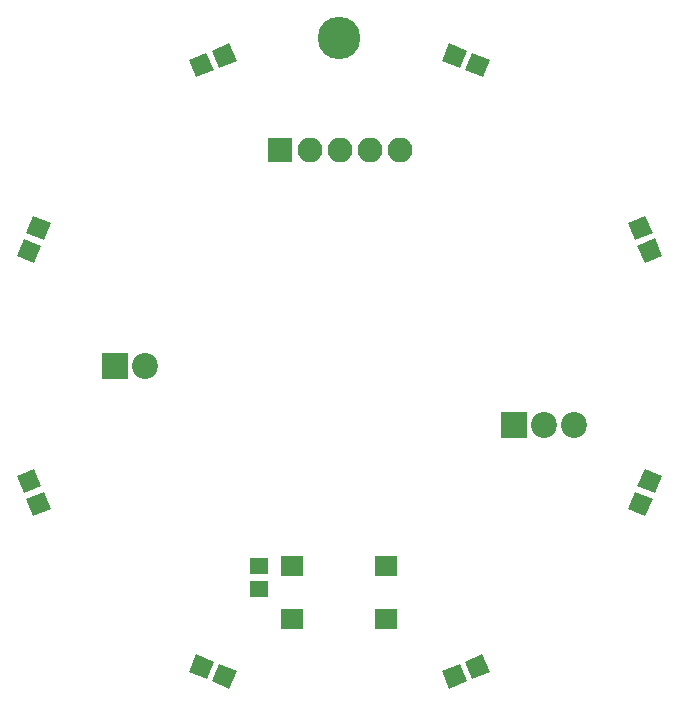
<source format=gts>
G04 #@! TF.FileFunction,Soldermask,Top*
%FSLAX46Y46*%
G04 Gerber Fmt 4.6, Leading zero omitted, Abs format (unit mm)*
G04 Created by KiCad (PCBNEW 4.0.7) date Thursday, May 03, 2018 'AMt' 10:03:59 AM*
%MOMM*%
%LPD*%
G01*
G04 APERTURE LIST*
%ADD10C,0.100000*%
%ADD11R,1.650000X1.400000*%
%ADD12R,2.200000X2.200000*%
%ADD13C,2.200000*%
%ADD14R,2.100000X2.100000*%
%ADD15O,2.100000X2.100000*%
%ADD16R,1.950000X1.700000*%
%ADD17C,3.600000*%
G04 APERTURE END LIST*
D10*
D11*
X93210000Y-118900000D03*
X93210000Y-116900000D03*
D10*
G36*
X87276313Y-125901211D02*
X87888178Y-124424038D01*
X89365351Y-125035903D01*
X88753486Y-126513076D01*
X87276313Y-125901211D01*
X87276313Y-125901211D01*
G37*
G36*
X89214649Y-126704097D02*
X89826514Y-125226924D01*
X91303687Y-125838789D01*
X90691822Y-127315962D01*
X89214649Y-126704097D01*
X89214649Y-126704097D01*
G37*
G36*
X74098789Y-87276313D02*
X75575962Y-87888178D01*
X74964097Y-89365351D01*
X73486924Y-88753486D01*
X74098789Y-87276313D01*
X74098789Y-87276313D01*
G37*
G36*
X73295903Y-89214649D02*
X74773076Y-89826514D01*
X74161211Y-91303687D01*
X72684038Y-90691822D01*
X73295903Y-89214649D01*
X73295903Y-89214649D01*
G37*
G36*
X108706313Y-74161211D02*
X109318178Y-72684038D01*
X110795351Y-73295903D01*
X110183486Y-74773076D01*
X108706313Y-74161211D01*
X108706313Y-74161211D01*
G37*
G36*
X110644649Y-74964097D02*
X111256514Y-73486924D01*
X112733687Y-74098789D01*
X112121822Y-75575962D01*
X110644649Y-74964097D01*
X110644649Y-74964097D01*
G37*
G36*
X90681822Y-72684038D02*
X91293687Y-74161211D01*
X89816514Y-74773076D01*
X89204649Y-73295903D01*
X90681822Y-72684038D01*
X90681822Y-72684038D01*
G37*
G36*
X88743486Y-73486924D02*
X89355351Y-74964097D01*
X87878178Y-75575962D01*
X87266313Y-74098789D01*
X88743486Y-73486924D01*
X88743486Y-73486924D01*
G37*
G36*
X72684038Y-109318178D02*
X74161211Y-108706313D01*
X74773076Y-110183486D01*
X73295903Y-110795351D01*
X72684038Y-109318178D01*
X72684038Y-109318178D01*
G37*
G36*
X73486924Y-111256514D02*
X74964097Y-110644649D01*
X75575962Y-112121822D01*
X74098789Y-112733687D01*
X73486924Y-111256514D01*
X73486924Y-111256514D01*
G37*
G36*
X125838789Y-108696313D02*
X127315962Y-109308178D01*
X126704097Y-110785351D01*
X125226924Y-110173486D01*
X125838789Y-108696313D01*
X125838789Y-108696313D01*
G37*
G36*
X125035903Y-110634649D02*
X126513076Y-111246514D01*
X125901211Y-112723687D01*
X124424038Y-112111822D01*
X125035903Y-110634649D01*
X125035903Y-110634649D01*
G37*
G36*
X124424038Y-87878178D02*
X125901211Y-87266313D01*
X126513076Y-88743486D01*
X125035903Y-89355351D01*
X124424038Y-87878178D01*
X124424038Y-87878178D01*
G37*
G36*
X125226924Y-89816514D02*
X126704097Y-89204649D01*
X127315962Y-90681822D01*
X125838789Y-91293687D01*
X125226924Y-89816514D01*
X125226924Y-89816514D01*
G37*
G36*
X112111822Y-124424038D02*
X112723687Y-125901211D01*
X111246514Y-126513076D01*
X110634649Y-125035903D01*
X112111822Y-124424038D01*
X112111822Y-124424038D01*
G37*
G36*
X110173486Y-125226924D02*
X110785351Y-126704097D01*
X109308178Y-127315962D01*
X108696313Y-125838789D01*
X110173486Y-125226924D01*
X110173486Y-125226924D01*
G37*
D12*
X81000000Y-100000000D03*
D13*
X83540000Y-100000000D03*
D14*
X94940000Y-81750000D03*
D15*
X97480000Y-81750000D03*
X100020000Y-81750000D03*
X102560000Y-81750000D03*
X105100000Y-81750000D03*
D16*
X96025000Y-121450000D03*
X96025000Y-116950000D03*
X103975000Y-116950000D03*
X103975000Y-121450000D03*
D17*
X100000000Y-72200000D03*
D12*
X114800000Y-105000000D03*
D13*
X117340000Y-105000000D03*
X119880000Y-105000000D03*
M02*

</source>
